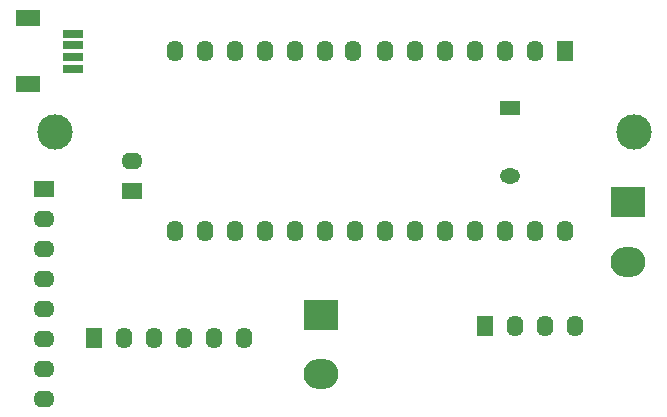
<source format=gts>
G04*
G04 #@! TF.GenerationSoftware,Altium Limited,Altium Designer,20.0.13 (296)*
G04*
G04 Layer_Color=8388736*
%FSLAX25Y25*%
%MOIN*%
G70*
G01*
G75*
%ADD16R,0.06902X0.03162*%
%ADD17R,0.07887X0.05524*%
%ADD18O,0.11627X0.10052*%
%ADD19R,0.11627X0.10052*%
%ADD20O,0.07099X0.05524*%
%ADD21R,0.07099X0.05524*%
%ADD22O,0.05524X0.07099*%
%ADD23R,0.05524X0.07099*%
%ADD24R,0.06706X0.05131*%
%ADD25O,0.06706X0.05131*%
%ADD26C,0.11824*%
D16*
X19980Y113386D02*
D03*
Y117323D02*
D03*
Y121260D02*
D03*
Y125197D02*
D03*
D17*
X4724Y130315D02*
D03*
Y108268D02*
D03*
D18*
X102362Y11811D02*
D03*
X204724Y49213D02*
D03*
D19*
X102362Y31496D02*
D03*
X204724Y68898D02*
D03*
D20*
X10236Y3465D02*
D03*
Y13465D02*
D03*
Y23465D02*
D03*
Y33465D02*
D03*
Y43465D02*
D03*
Y53465D02*
D03*
Y63465D02*
D03*
X39370Y82677D02*
D03*
D21*
X10236Y73465D02*
D03*
X39370Y72677D02*
D03*
D22*
X53917Y59291D02*
D03*
X63917D02*
D03*
X73917D02*
D03*
X83917D02*
D03*
X93917D02*
D03*
X103917D02*
D03*
X113917D02*
D03*
X123917D02*
D03*
X133917D02*
D03*
X143917D02*
D03*
X153917D02*
D03*
X163917D02*
D03*
X173917D02*
D03*
X183917D02*
D03*
X53917Y119291D02*
D03*
X63917D02*
D03*
X73917D02*
D03*
X83917D02*
D03*
X93917D02*
D03*
X103917D02*
D03*
X113051D02*
D03*
X123917D02*
D03*
X133917D02*
D03*
X143917D02*
D03*
X153917D02*
D03*
X163917D02*
D03*
X173917D02*
D03*
X187205Y27559D02*
D03*
X177205D02*
D03*
X167205D02*
D03*
X36929Y23622D02*
D03*
X46929D02*
D03*
X56929D02*
D03*
X66929D02*
D03*
X76929D02*
D03*
D23*
X183917Y119291D02*
D03*
X157205Y27559D02*
D03*
X26929Y23622D02*
D03*
D24*
X165354Y100394D02*
D03*
D25*
Y77559D02*
D03*
D26*
X13780Y92520D02*
D03*
X206693D02*
D03*
M02*

</source>
